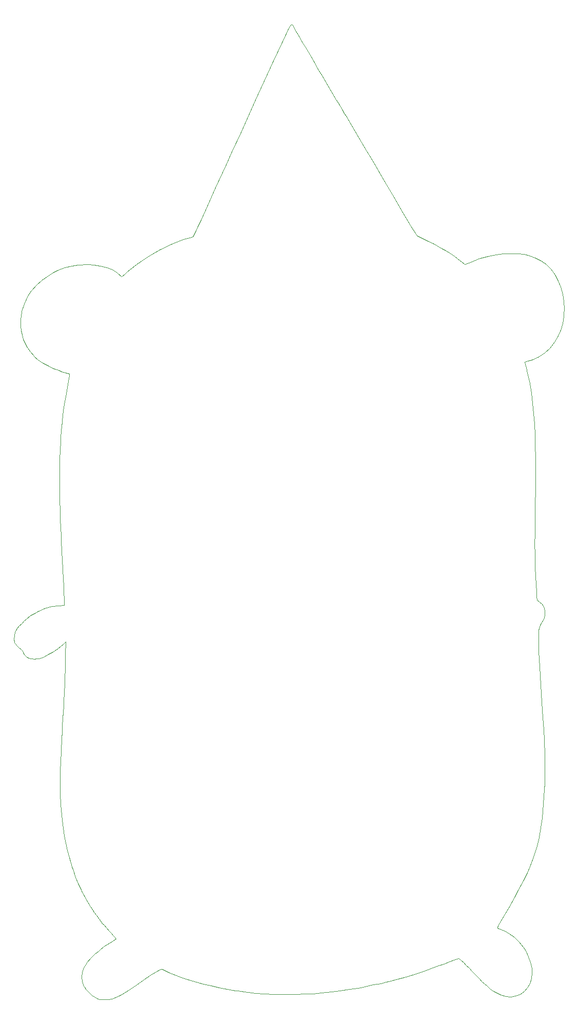
<source format=gbr>
G04 #@! TF.GenerationSoftware,KiCad,Pcbnew,(5.1.2)-1*
G04 #@! TF.CreationDate,2023-11-23T12:08:04+09:00*
G04 #@! TF.ProjectId,gopher_party_xiao_v2,676f7068-6572-45f7-9061-7274795f7869,rev?*
G04 #@! TF.SameCoordinates,Original*
G04 #@! TF.FileFunction,Profile,NP*
%FSLAX46Y46*%
G04 Gerber Fmt 4.6, Leading zero omitted, Abs format (unit mm)*
G04 Created by KiCad (PCBNEW (5.1.2)-1) date 2023-11-23 12:08:04*
%MOMM*%
%LPD*%
G04 APERTURE LIST*
%ADD10C,0.050000*%
G04 APERTURE END LIST*
D10*
X133140000Y-79060000D02*
X132650000Y-79230000D01*
X133770000Y-78850000D02*
X133140000Y-79060000D01*
X134870000Y-78370000D02*
X133770000Y-78850000D01*
X135890000Y-77700000D02*
X134870000Y-78370000D01*
X136740000Y-76930000D02*
X135890000Y-77700000D01*
X137550000Y-75930000D02*
X136740000Y-76930000D01*
X138070000Y-75060000D02*
X137550000Y-75930000D01*
X138550000Y-73970000D02*
X138070000Y-75060000D01*
X138880000Y-72840000D02*
X138550000Y-73970000D01*
X139080000Y-71680000D02*
X138880000Y-72840000D01*
X139100000Y-71270000D02*
X139080000Y-71680000D01*
X139150000Y-70460000D02*
X139100000Y-71270000D01*
X139080000Y-69240000D02*
X139150000Y-70460000D01*
X138900000Y-68040000D02*
X139080000Y-69240000D01*
X138570000Y-66850000D02*
X138900000Y-68040000D01*
X138150000Y-65800000D02*
X138570000Y-66850000D01*
X137600000Y-64790000D02*
X138150000Y-65800000D01*
X136940000Y-63900000D02*
X137600000Y-64790000D01*
X136160000Y-63120000D02*
X136940000Y-63900000D01*
X135300000Y-62510000D02*
X136160000Y-63120000D01*
X134310000Y-62000000D02*
X135300000Y-62510000D01*
X133420000Y-61680000D02*
X134310000Y-62000000D01*
X132520000Y-61470000D02*
X133420000Y-61680000D01*
X131450000Y-61350000D02*
X132520000Y-61470000D01*
X130570000Y-61320000D02*
X131450000Y-61350000D01*
X130300000Y-61320000D02*
X130570000Y-61320000D01*
X129050000Y-61360000D02*
X130300000Y-61320000D01*
X127850000Y-61490000D02*
X129050000Y-61360000D01*
X126580000Y-61740000D02*
X127850000Y-61490000D01*
X125270000Y-62130000D02*
X126580000Y-61740000D01*
X125010000Y-62220000D02*
X125270000Y-62130000D01*
X123840000Y-62660000D02*
X125010000Y-62220000D01*
X122750000Y-63100000D02*
X123840000Y-62660000D01*
X122670000Y-63040000D02*
X122750000Y-63100000D01*
X122210000Y-62680000D02*
X122670000Y-63040000D01*
X121560000Y-62200000D02*
X122210000Y-62680000D01*
X121020000Y-61800000D02*
X121560000Y-62200000D01*
X120260000Y-61300000D02*
X121020000Y-61800000D01*
X119550000Y-60830000D02*
X120260000Y-61300000D01*
X118910000Y-60460000D02*
X119550000Y-60830000D01*
X117640000Y-59730000D02*
X118910000Y-60460000D01*
X116520000Y-59190000D02*
X117640000Y-59730000D01*
X115390000Y-58670000D02*
X116520000Y-59190000D01*
X114820000Y-58420000D02*
X115390000Y-58670000D01*
X113780000Y-56660000D02*
X114820000Y-58420000D01*
X112170000Y-53940000D02*
X113780000Y-56660000D01*
X111030000Y-52010000D02*
X112170000Y-53940000D01*
X110300000Y-50780000D02*
X111030000Y-52010000D01*
X109790000Y-49930000D02*
X110300000Y-50780000D01*
X108570000Y-47860000D02*
X109790000Y-49930000D01*
X107780000Y-46520000D02*
X108570000Y-47860000D01*
X106870000Y-44990000D02*
X107780000Y-46520000D01*
X106500000Y-44360000D02*
X106870000Y-44990000D01*
X105640000Y-42920000D02*
X106500000Y-44360000D01*
X103820000Y-39830000D02*
X105640000Y-42920000D01*
X103130000Y-38670000D02*
X103820000Y-39830000D01*
X102840000Y-38190000D02*
X103130000Y-38670000D01*
X102480000Y-37580000D02*
X102840000Y-38190000D01*
X102240000Y-37170000D02*
X102480000Y-37580000D01*
X102050000Y-36850000D02*
X102240000Y-37170000D01*
X101850000Y-36510000D02*
X102050000Y-36850000D01*
X101510000Y-35940000D02*
X101850000Y-36510000D01*
X101140000Y-35310000D02*
X101510000Y-35940000D01*
X99980000Y-33350000D02*
X101140000Y-35310000D01*
X99250000Y-32110000D02*
X99980000Y-33350000D01*
X98530000Y-30910000D02*
X99250000Y-32110000D01*
X97820000Y-29690000D02*
X98530000Y-30910000D01*
X97390000Y-28950000D02*
X97820000Y-29690000D01*
X96370000Y-27240000D02*
X97390000Y-28950000D01*
X95910000Y-26430000D02*
X96370000Y-27240000D01*
X95260000Y-25340000D02*
X95910000Y-26430000D01*
X94720000Y-24390000D02*
X95260000Y-25340000D01*
X94450000Y-23840000D02*
X94720000Y-24390000D01*
X94300000Y-23620000D02*
X94450000Y-23840000D01*
X94080000Y-23540000D02*
X94300000Y-23620000D01*
X94020000Y-23580000D02*
X94080000Y-23540000D01*
X93860000Y-23800000D02*
X94020000Y-23580000D01*
X93620000Y-24240000D02*
X93860000Y-23800000D01*
X93150000Y-25190000D02*
X93620000Y-24240000D01*
X92550000Y-26450000D02*
X93150000Y-25190000D01*
X91060000Y-29690000D02*
X92550000Y-26450000D01*
X88130000Y-36100000D02*
X91060000Y-29690000D01*
X85790000Y-41240000D02*
X88130000Y-36100000D01*
X84220000Y-44660000D02*
X85790000Y-41240000D01*
X83320000Y-46650000D02*
X84220000Y-44660000D01*
X81520000Y-50570000D02*
X83320000Y-46650000D01*
X80280000Y-53300000D02*
X81520000Y-50570000D01*
X79090000Y-55900000D02*
X80280000Y-53300000D01*
X78630000Y-56920000D02*
X79090000Y-55900000D01*
X78330000Y-57560000D02*
X78630000Y-56920000D01*
X77880000Y-58520000D02*
X78330000Y-57560000D01*
X77370000Y-58680000D02*
X77880000Y-58520000D01*
X76580000Y-58920000D02*
X77370000Y-58680000D01*
X76100000Y-59090000D02*
X76580000Y-58920000D01*
X74350000Y-59750000D02*
X76100000Y-59090000D01*
X72400000Y-60670000D02*
X74350000Y-59750000D01*
X71270000Y-61310000D02*
X72400000Y-60670000D01*
X70400000Y-61810000D02*
X71270000Y-61310000D01*
X69380000Y-62500000D02*
X70400000Y-61810000D01*
X68500000Y-63110000D02*
X69380000Y-62500000D01*
X67400000Y-64000000D02*
X68500000Y-63110000D01*
X67010000Y-64330000D02*
X67400000Y-64000000D01*
X66670000Y-64620000D02*
X67010000Y-64330000D01*
X66070000Y-65150000D02*
X66670000Y-64620000D01*
X65300000Y-64480000D02*
X66070000Y-65150000D01*
X65040000Y-64320000D02*
X65300000Y-64480000D01*
X64540000Y-64010000D02*
X65040000Y-64320000D01*
X63630000Y-63630000D02*
X64540000Y-64010000D01*
X62560000Y-63350000D02*
X63630000Y-63630000D01*
X61470000Y-63190000D02*
X62560000Y-63350000D01*
X60690000Y-63150000D02*
X61470000Y-63190000D01*
X60270000Y-63140000D02*
X60690000Y-63150000D01*
X59140000Y-63190000D02*
X60270000Y-63140000D01*
X58920000Y-63220000D02*
X59140000Y-63190000D01*
X57880000Y-63380000D02*
X58920000Y-63220000D01*
X56690000Y-63670000D02*
X57880000Y-63380000D01*
X55580000Y-64060000D02*
X56690000Y-63670000D01*
X54700000Y-64490000D02*
X55580000Y-64060000D01*
X53680000Y-65140000D02*
X54700000Y-64490000D01*
X52840000Y-65780000D02*
X53680000Y-65140000D01*
X51990000Y-66550000D02*
X52840000Y-65780000D01*
X51210000Y-67410000D02*
X51990000Y-66550000D01*
X50590000Y-68310000D02*
X51210000Y-67410000D01*
X49980000Y-69620000D02*
X50590000Y-68310000D01*
X49610000Y-70800000D02*
X49980000Y-69620000D01*
X49460000Y-71750000D02*
X49610000Y-70800000D01*
X49420000Y-72000000D02*
X49460000Y-71750000D01*
X49400000Y-72980000D02*
X49420000Y-72000000D01*
X49400000Y-73240000D02*
X49400000Y-72980000D01*
X49480000Y-74020000D02*
X49400000Y-73240000D01*
X49630000Y-74740000D02*
X49480000Y-74020000D01*
X49860000Y-75450000D02*
X49630000Y-74740000D01*
X50260000Y-76310000D02*
X49860000Y-75450000D01*
X50540000Y-76830000D02*
X50260000Y-76310000D01*
X50610000Y-76940000D02*
X50540000Y-76830000D01*
X51000000Y-77540000D02*
X50610000Y-76940000D01*
X51570000Y-78220000D02*
X51000000Y-77540000D01*
X51640000Y-78280000D02*
X51570000Y-78220000D01*
X52250000Y-78830000D02*
X51640000Y-78280000D01*
X53010000Y-79360000D02*
X52250000Y-78830000D01*
X53230000Y-79490000D02*
X53010000Y-79360000D01*
X53860000Y-79840000D02*
X53230000Y-79490000D01*
X54840000Y-80280000D02*
X53860000Y-79840000D01*
X55160000Y-80410000D02*
X54840000Y-80280000D01*
X55660000Y-80600000D02*
X55160000Y-80410000D01*
X56150000Y-80780000D02*
X55660000Y-80600000D01*
X56760000Y-80970000D02*
X56150000Y-80780000D01*
X57440000Y-81170000D02*
X56760000Y-80970000D01*
X57480000Y-81260000D02*
X57440000Y-81170000D01*
X57450000Y-81520000D02*
X57480000Y-81260000D01*
X57300000Y-82330000D02*
X57450000Y-81520000D01*
X57080000Y-83440000D02*
X57300000Y-82330000D01*
X56830000Y-84850000D02*
X57080000Y-83440000D01*
X56690000Y-85710000D02*
X56830000Y-84850000D01*
X56550000Y-86650000D02*
X56690000Y-85710000D01*
X56360000Y-87960000D02*
X56550000Y-86650000D01*
X56240000Y-89140000D02*
X56360000Y-87960000D01*
X56180000Y-89780000D02*
X56240000Y-89140000D01*
X56110000Y-90520000D02*
X56180000Y-89780000D01*
X56030000Y-91630000D02*
X56110000Y-90520000D01*
X55970000Y-92590000D02*
X56030000Y-91630000D01*
X55930000Y-93500000D02*
X55970000Y-92590000D01*
X55860000Y-95490000D02*
X55930000Y-93500000D01*
X55830000Y-97070000D02*
X55860000Y-95490000D01*
X55830000Y-97970000D02*
X55830000Y-97070000D01*
X55830000Y-99850000D02*
X55830000Y-97970000D01*
X55860000Y-101500000D02*
X55830000Y-99850000D01*
X55870000Y-102220000D02*
X55860000Y-101500000D01*
X55910000Y-103420000D02*
X55870000Y-102220000D01*
X55930000Y-104370000D02*
X55910000Y-103420000D01*
X55960000Y-105140000D02*
X55930000Y-104370000D01*
X56010000Y-106520000D02*
X55960000Y-105140000D01*
X56060000Y-107800000D02*
X56010000Y-106520000D01*
X56110000Y-108970000D02*
X56060000Y-107800000D01*
X56170000Y-110150000D02*
X56110000Y-108970000D01*
X56210000Y-110580000D02*
X56170000Y-110150000D01*
X56240000Y-111760000D02*
X56210000Y-110580000D01*
X56340000Y-113520000D02*
X56240000Y-111760000D01*
X56400000Y-114860000D02*
X56340000Y-113520000D01*
X56470000Y-116210000D02*
X56400000Y-114860000D01*
X56520000Y-117200000D02*
X56470000Y-116210000D01*
X56560000Y-118240000D02*
X56520000Y-117200000D01*
X56590000Y-118740000D02*
X56560000Y-118240000D01*
X56610000Y-119180000D02*
X56590000Y-118740000D01*
X56630000Y-119360000D02*
X56610000Y-119180000D01*
X55670000Y-119410000D02*
X56630000Y-119360000D01*
X54590000Y-119550000D02*
X55670000Y-119410000D01*
X53390000Y-119880000D02*
X54590000Y-119550000D01*
X52240000Y-120370000D02*
X53390000Y-119880000D01*
X51670000Y-120700000D02*
X52240000Y-120370000D01*
X51030000Y-121070000D02*
X51670000Y-120700000D01*
X50300000Y-121640000D02*
X51030000Y-121070000D01*
X50000000Y-121900000D02*
X50300000Y-121640000D01*
X49540000Y-122350000D02*
X50000000Y-121900000D01*
X49160000Y-122760000D02*
X49540000Y-122350000D01*
X48820000Y-123170000D02*
X49160000Y-122760000D01*
X48600000Y-123520000D02*
X48820000Y-123170000D01*
X48490000Y-123770000D02*
X48600000Y-123520000D01*
X48350000Y-124350000D02*
X48490000Y-123770000D01*
X48310000Y-124920000D02*
X48350000Y-124350000D01*
X48380000Y-125410000D02*
X48310000Y-124920000D01*
X48420000Y-125490000D02*
X48380000Y-125410000D01*
X48600000Y-125780000D02*
X48420000Y-125490000D01*
X48670000Y-125860000D02*
X48600000Y-125780000D01*
X48890000Y-126110000D02*
X48670000Y-125860000D01*
X48960000Y-126180000D02*
X48890000Y-126110000D01*
X49190000Y-126410000D02*
X48960000Y-126180000D01*
X49390000Y-126550000D02*
X49190000Y-126410000D01*
X49540000Y-126670000D02*
X49390000Y-126550000D01*
X49700000Y-126890000D02*
X49540000Y-126670000D01*
X49820000Y-127140000D02*
X49700000Y-126890000D01*
X49890000Y-127260000D02*
X49820000Y-127140000D01*
X50020000Y-127490000D02*
X49890000Y-127260000D01*
X50060000Y-127530000D02*
X50020000Y-127490000D01*
X50230000Y-127690000D02*
X50060000Y-127530000D01*
X50440000Y-127890000D02*
X50230000Y-127690000D01*
X50560000Y-127970000D02*
X50440000Y-127890000D01*
X50770000Y-128080000D02*
X50560000Y-127970000D01*
X51010000Y-128150000D02*
X50770000Y-128080000D01*
X51290000Y-128180000D02*
X51010000Y-128150000D01*
X51670000Y-128190000D02*
X51290000Y-128180000D01*
X52010000Y-128180000D02*
X51670000Y-128190000D01*
X52410000Y-128160000D02*
X52010000Y-128180000D01*
X52710000Y-128090000D02*
X52410000Y-128160000D01*
X53200000Y-127880000D02*
X52710000Y-128090000D01*
X53920000Y-127510000D02*
X53200000Y-127880000D01*
X54740000Y-127020000D02*
X53920000Y-127510000D01*
X55000000Y-126850000D02*
X54740000Y-127020000D01*
X55550000Y-126470000D02*
X55000000Y-126850000D01*
X56000000Y-126110000D02*
X55550000Y-126470000D01*
X56510000Y-125680000D02*
X56000000Y-126110000D01*
X56840000Y-125360000D02*
X56510000Y-125680000D01*
X56810000Y-125900000D02*
X56840000Y-125360000D01*
X56790000Y-126960000D02*
X56810000Y-125900000D01*
X56780000Y-127760000D02*
X56790000Y-126960000D01*
X56750000Y-129240000D02*
X56780000Y-127760000D01*
X56740000Y-130020000D02*
X56750000Y-129240000D01*
X56710000Y-131080000D02*
X56740000Y-130020000D01*
X56670000Y-132360000D02*
X56710000Y-131080000D01*
X56610000Y-133660000D02*
X56670000Y-132360000D01*
X56530000Y-135360000D02*
X56610000Y-133660000D01*
X56490000Y-136000000D02*
X56530000Y-135360000D01*
X56440000Y-136990000D02*
X56490000Y-136000000D01*
X56380000Y-137980000D02*
X56440000Y-136990000D01*
X56290000Y-139280000D02*
X56380000Y-137980000D01*
X56220000Y-140450000D02*
X56290000Y-139280000D01*
X56180000Y-141100000D02*
X56220000Y-140450000D01*
X56160000Y-141460000D02*
X56180000Y-141100000D01*
X56070000Y-143260000D02*
X56160000Y-141460000D01*
X55980000Y-145250000D02*
X56070000Y-143260000D01*
X55940000Y-146580000D02*
X55980000Y-145250000D01*
X55940000Y-147590000D02*
X55940000Y-146580000D01*
X55930000Y-148340000D02*
X55940000Y-147590000D01*
X55940000Y-150180000D02*
X55930000Y-148340000D01*
X55950000Y-150890000D02*
X55940000Y-150180000D01*
X55990000Y-151650000D02*
X55950000Y-150890000D01*
X56000000Y-151990000D02*
X55990000Y-151650000D01*
X56020000Y-152170000D02*
X56000000Y-151990000D01*
X56260000Y-154820000D02*
X56020000Y-152170000D01*
X56620000Y-157350000D02*
X56260000Y-154820000D01*
X57120000Y-159810000D02*
X56620000Y-157350000D01*
X57430000Y-160940000D02*
X57120000Y-159810000D01*
X57590000Y-161550000D02*
X57430000Y-160940000D01*
X57750000Y-162120000D02*
X57590000Y-161550000D01*
X57890000Y-162520000D02*
X57750000Y-162120000D01*
X58010000Y-162860000D02*
X57890000Y-162520000D01*
X58180000Y-163370000D02*
X58010000Y-162860000D01*
X58310000Y-163740000D02*
X58180000Y-163370000D01*
X58480000Y-164240000D02*
X58310000Y-163740000D01*
X58900000Y-165200000D02*
X58480000Y-164240000D01*
X59210000Y-165930000D02*
X58900000Y-165200000D01*
X59360000Y-166260000D02*
X59210000Y-165930000D01*
X59460000Y-166460000D02*
X59360000Y-166260000D01*
X59880000Y-167260000D02*
X59460000Y-166460000D01*
X60380000Y-168200000D02*
X59880000Y-167260000D01*
X60540000Y-168450000D02*
X60380000Y-168200000D01*
X60920000Y-169040000D02*
X60540000Y-168450000D01*
X61310000Y-169670000D02*
X60920000Y-169040000D01*
X61510000Y-169980000D02*
X61310000Y-169670000D01*
X61890000Y-170500000D02*
X61510000Y-169980000D01*
X62330000Y-171080000D02*
X61890000Y-170500000D01*
X62780000Y-171660000D02*
X62330000Y-171080000D01*
X62900000Y-171810000D02*
X62780000Y-171660000D01*
X63160000Y-172110000D02*
X62900000Y-171810000D01*
X63980000Y-173020000D02*
X63160000Y-172110000D01*
X64260000Y-173340000D02*
X63980000Y-173020000D01*
X64750000Y-173850000D02*
X64260000Y-173340000D01*
X65000000Y-174120000D02*
X64750000Y-173850000D01*
X65180000Y-174340000D02*
X65000000Y-174120000D01*
X65010000Y-174460000D02*
X65180000Y-174340000D01*
X64650000Y-174690000D02*
X65010000Y-174460000D01*
X64350000Y-174870000D02*
X64650000Y-174690000D01*
X63780000Y-175230000D02*
X64350000Y-174870000D01*
X63140000Y-175670000D02*
X63780000Y-175230000D01*
X62480000Y-176160000D02*
X63140000Y-175670000D01*
X62230000Y-176370000D02*
X62480000Y-176160000D01*
X61660000Y-176860000D02*
X62230000Y-176370000D01*
X61480000Y-177030000D02*
X61660000Y-176860000D01*
X61000000Y-177490000D02*
X61480000Y-177030000D01*
X60320000Y-178310000D02*
X61000000Y-177490000D01*
X60280000Y-178370000D02*
X60320000Y-178310000D01*
X59830000Y-179120000D02*
X60280000Y-178370000D01*
X59570000Y-179850000D02*
X59830000Y-179120000D01*
X59560000Y-179900000D02*
X59570000Y-179850000D01*
X59470000Y-180640000D02*
X59560000Y-179900000D01*
X59560000Y-181370000D02*
X59470000Y-180640000D01*
X59830000Y-182130000D02*
X59560000Y-181370000D01*
X59950000Y-182330000D02*
X59830000Y-182130000D01*
X60160000Y-182640000D02*
X59950000Y-182330000D01*
X60260000Y-182760000D02*
X60160000Y-182640000D01*
X60510000Y-183040000D02*
X60260000Y-182760000D01*
X60740000Y-183280000D02*
X60510000Y-183040000D01*
X61150000Y-183650000D02*
X60740000Y-183280000D01*
X61570000Y-183970000D02*
X61150000Y-183650000D01*
X61980000Y-184190000D02*
X61570000Y-183970000D01*
X62190000Y-184270000D02*
X61980000Y-184190000D01*
X62410000Y-184330000D02*
X62190000Y-184270000D01*
X62640000Y-184360000D02*
X62410000Y-184330000D01*
X63030000Y-184380000D02*
X62640000Y-184360000D01*
X63430000Y-184370000D02*
X63030000Y-184380000D01*
X63910000Y-184340000D02*
X63430000Y-184370000D01*
X64430000Y-184240000D02*
X63910000Y-184340000D01*
X64880000Y-184110000D02*
X64430000Y-184240000D01*
X65810000Y-183690000D02*
X64880000Y-184110000D01*
X66400000Y-183370000D02*
X65810000Y-183690000D01*
X67340000Y-182770000D02*
X66400000Y-183370000D01*
X68580000Y-181930000D02*
X67340000Y-182770000D01*
X69570000Y-181240000D02*
X68580000Y-181930000D01*
X70940000Y-180300000D02*
X69570000Y-181240000D01*
X71890000Y-179720000D02*
X70940000Y-180300000D01*
X72230000Y-179540000D02*
X71890000Y-179720000D01*
X72520000Y-179400000D02*
X72230000Y-179540000D01*
X72710000Y-179350000D02*
X72520000Y-179400000D01*
X72790000Y-179370000D02*
X72710000Y-179350000D01*
X72910000Y-179450000D02*
X72790000Y-179370000D01*
X73110000Y-179580000D02*
X72910000Y-179450000D01*
X73630000Y-179820000D02*
X73110000Y-179580000D01*
X73990000Y-179980000D02*
X73630000Y-179820000D01*
X75030000Y-180390000D02*
X73990000Y-179980000D01*
X75880000Y-180690000D02*
X75030000Y-180390000D01*
X76670000Y-180960000D02*
X75880000Y-180690000D01*
X77510000Y-181240000D02*
X76670000Y-180960000D01*
X78730000Y-181600000D02*
X77510000Y-181240000D01*
X79540000Y-181830000D02*
X78730000Y-181600000D01*
X80790000Y-182120000D02*
X79540000Y-181830000D01*
X82140000Y-182430000D02*
X80790000Y-182120000D01*
X84380000Y-182840000D02*
X82140000Y-182430000D01*
X84860000Y-182920000D02*
X84380000Y-182840000D01*
X85180000Y-182960000D02*
X84860000Y-182920000D01*
X86880000Y-183190000D02*
X85180000Y-182960000D01*
X87660000Y-183290000D02*
X86880000Y-183190000D01*
X88070000Y-183320000D02*
X87660000Y-183290000D01*
X88620000Y-183360000D02*
X88070000Y-183320000D01*
X89220000Y-183400000D02*
X88620000Y-183360000D01*
X89730000Y-183420000D02*
X89220000Y-183400000D01*
X91190000Y-183480000D02*
X89730000Y-183420000D01*
X92430000Y-183510000D02*
X91190000Y-183480000D01*
X93040000Y-183510000D02*
X92430000Y-183510000D01*
X94630000Y-183510000D02*
X93040000Y-183510000D01*
X96500000Y-183460000D02*
X94630000Y-183510000D01*
X97630000Y-183400000D02*
X96500000Y-183460000D01*
X99100000Y-183250000D02*
X97630000Y-183400000D01*
X101500000Y-183010000D02*
X99100000Y-183250000D01*
X104320000Y-182580000D02*
X101500000Y-183010000D01*
X105120000Y-182460000D02*
X104320000Y-182580000D01*
X105570000Y-182380000D02*
X105120000Y-182460000D01*
X107660000Y-181950000D02*
X105570000Y-182380000D01*
X108900000Y-181700000D02*
X107660000Y-181950000D01*
X109640000Y-181510000D02*
X108900000Y-181700000D01*
X110220000Y-181360000D02*
X109640000Y-181510000D01*
X111690000Y-180980000D02*
X110220000Y-181360000D01*
X112700000Y-180710000D02*
X111690000Y-180980000D01*
X113330000Y-180520000D02*
X112700000Y-180710000D01*
X114680000Y-180090000D02*
X113330000Y-180520000D01*
X115980000Y-179680000D02*
X114680000Y-180090000D01*
X117010000Y-179320000D02*
X115980000Y-179680000D01*
X117500000Y-179140000D02*
X117010000Y-179320000D01*
X118430000Y-178800000D02*
X117500000Y-179140000D01*
X119220000Y-178510000D02*
X118430000Y-178800000D01*
X120260000Y-178110000D02*
X119220000Y-178510000D01*
X120920000Y-177850000D02*
X120260000Y-178110000D01*
X121680000Y-177550000D02*
X120920000Y-177850000D01*
X121940000Y-177760000D02*
X121680000Y-177550000D01*
X122160000Y-177960000D02*
X121940000Y-177760000D01*
X122510000Y-178280000D02*
X122160000Y-177960000D01*
X122900000Y-178660000D02*
X122510000Y-178280000D01*
X123460000Y-179220000D02*
X122900000Y-178660000D01*
X123930000Y-179720000D02*
X123460000Y-179220000D01*
X124470000Y-180270000D02*
X123930000Y-179720000D01*
X124890000Y-180710000D02*
X124470000Y-180270000D01*
X125140000Y-180950000D02*
X124890000Y-180710000D01*
X125540000Y-181360000D02*
X125140000Y-180950000D01*
X126010000Y-181820000D02*
X125540000Y-181360000D01*
X126330000Y-182110000D02*
X126010000Y-181820000D01*
X126670000Y-182400000D02*
X126330000Y-182110000D01*
X126980000Y-182650000D02*
X126670000Y-182400000D01*
X127450000Y-182980000D02*
X126980000Y-182650000D01*
X127780000Y-183180000D02*
X127450000Y-182980000D01*
X128150000Y-183370000D02*
X127780000Y-183180000D01*
X128680000Y-183600000D02*
X128150000Y-183370000D01*
X129510000Y-183840000D02*
X128680000Y-183600000D01*
X130320000Y-183920000D02*
X129510000Y-183840000D01*
X131090000Y-183800000D02*
X130320000Y-183920000D01*
X131900000Y-183490000D02*
X131090000Y-183800000D01*
X132580000Y-183000000D02*
X131900000Y-183490000D01*
X133090000Y-182410000D02*
X132580000Y-183000000D01*
X133460000Y-181740000D02*
X133090000Y-182410000D01*
X133710000Y-180930000D02*
X133460000Y-181740000D01*
X133810000Y-180070000D02*
X133710000Y-180930000D01*
X133770000Y-179160000D02*
X133810000Y-180070000D01*
X133580000Y-178240000D02*
X133770000Y-179160000D01*
X133260000Y-177300000D02*
X133580000Y-178240000D01*
X132770000Y-176320000D02*
X133260000Y-177300000D01*
X132350000Y-175690000D02*
X132770000Y-176320000D01*
X131700000Y-174900000D02*
X132350000Y-175690000D01*
X131450000Y-174660000D02*
X131700000Y-174900000D01*
X130930000Y-174150000D02*
X131450000Y-174660000D01*
X130120000Y-173550000D02*
X130930000Y-174150000D01*
X129280000Y-173050000D02*
X130120000Y-173550000D01*
X128270000Y-172660000D02*
X129280000Y-173050000D01*
X128120000Y-172570000D02*
X128270000Y-172660000D01*
X128110000Y-172470000D02*
X128120000Y-172570000D01*
X128260000Y-172190000D02*
X128110000Y-172470000D01*
X128490000Y-171760000D02*
X128260000Y-172190000D01*
X129320000Y-170280000D02*
X128490000Y-171760000D01*
X129960000Y-169170000D02*
X129320000Y-170280000D01*
X130990000Y-167360000D02*
X129960000Y-169170000D01*
X131480000Y-166490000D02*
X130990000Y-167360000D01*
X131990000Y-165540000D02*
X131480000Y-166490000D01*
X132440000Y-164670000D02*
X131990000Y-165540000D01*
X133040000Y-163420000D02*
X132440000Y-164670000D01*
X133480000Y-162430000D02*
X133040000Y-163420000D01*
X134000000Y-161120000D02*
X133480000Y-162430000D01*
X134410000Y-159840000D02*
X134000000Y-161120000D01*
X134620000Y-159080000D02*
X134410000Y-159840000D01*
X134980000Y-157610000D02*
X134620000Y-159080000D01*
X135490000Y-154410000D02*
X134980000Y-157610000D01*
X135870000Y-149700000D02*
X135490000Y-154410000D01*
X135920000Y-148730000D02*
X135870000Y-149700000D01*
X135960000Y-147470000D02*
X135920000Y-148730000D01*
X135960000Y-145660000D02*
X135960000Y-147470000D01*
X135940000Y-144090000D02*
X135960000Y-145660000D01*
X135830000Y-141520000D02*
X135940000Y-144090000D01*
X135750000Y-139860000D02*
X135830000Y-141520000D01*
X135620000Y-137850000D02*
X135750000Y-139860000D01*
X135460000Y-135310000D02*
X135620000Y-137850000D01*
X135270000Y-132460000D02*
X135460000Y-135310000D01*
X135080000Y-129490000D02*
X135270000Y-132460000D01*
X134930000Y-126950000D02*
X135080000Y-129490000D01*
X134890000Y-126140000D02*
X134930000Y-126950000D01*
X134890000Y-125450000D02*
X134890000Y-126140000D01*
X134890000Y-124630000D02*
X134890000Y-125450000D01*
X134890000Y-124130000D02*
X134890000Y-124630000D01*
X134940000Y-123510000D02*
X134890000Y-124130000D01*
X134990000Y-123190000D02*
X134940000Y-123510000D01*
X135070000Y-122880000D02*
X134990000Y-123190000D01*
X135150000Y-122660000D02*
X135070000Y-122880000D01*
X135360000Y-122340000D02*
X135150000Y-122660000D01*
X135730000Y-121640000D02*
X135360000Y-122340000D01*
X135940000Y-121010000D02*
X135730000Y-121640000D01*
X135960000Y-120350000D02*
X135940000Y-121010000D01*
X135810000Y-119740000D02*
X135960000Y-120350000D01*
X135490000Y-119190000D02*
X135810000Y-119740000D01*
X135020000Y-118750000D02*
X135490000Y-119190000D01*
X134650000Y-118500000D02*
X135020000Y-118750000D01*
X134600000Y-117920000D02*
X134650000Y-118500000D01*
X134540000Y-116960000D02*
X134600000Y-117920000D01*
X134470000Y-115940000D02*
X134540000Y-116960000D01*
X134400000Y-114480000D02*
X134470000Y-115940000D01*
X134350000Y-113030000D02*
X134400000Y-114480000D01*
X134310000Y-112160000D02*
X134350000Y-113030000D01*
X134280000Y-110760000D02*
X134310000Y-112160000D01*
X134270000Y-109350000D02*
X134280000Y-110760000D01*
X134280000Y-107480000D02*
X134270000Y-109350000D01*
X134290000Y-106470000D02*
X134280000Y-107480000D01*
X134290000Y-105800000D02*
X134290000Y-106470000D01*
X134320000Y-104520000D02*
X134290000Y-105800000D01*
X134320000Y-103860000D02*
X134320000Y-104520000D01*
X134350000Y-102230000D02*
X134320000Y-103860000D01*
X134380000Y-100910000D02*
X134350000Y-102230000D01*
X134390000Y-99410000D02*
X134380000Y-100910000D01*
X134400000Y-96380000D02*
X134390000Y-99410000D01*
X134370000Y-94660000D02*
X134400000Y-96380000D01*
X134360000Y-93250000D02*
X134370000Y-94660000D01*
X134300000Y-91230000D02*
X134360000Y-93250000D01*
X134200000Y-89390000D02*
X134300000Y-91230000D01*
X134080000Y-87700000D02*
X134200000Y-89390000D01*
X134010000Y-86790000D02*
X134080000Y-87700000D01*
X133700000Y-84320000D02*
X134010000Y-86790000D01*
X133360000Y-82330000D02*
X133700000Y-84320000D01*
X133090000Y-81110000D02*
X133360000Y-82330000D01*
X132880000Y-80170000D02*
X133090000Y-81110000D01*
X132740000Y-79600000D02*
X132880000Y-80170000D01*
X132650000Y-79230000D02*
X132740000Y-79600000D01*
M02*

</source>
